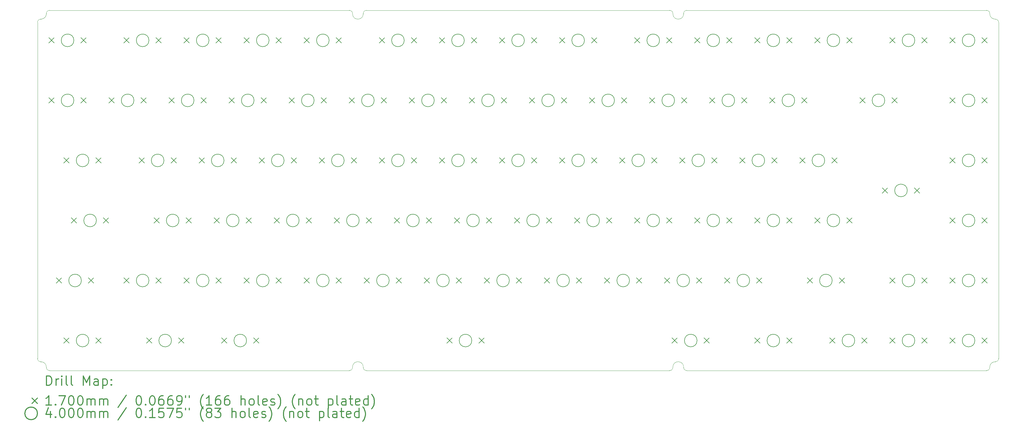
<source format=gbr>
%FSLAX45Y45*%
G04 Gerber Fmt 4.5, Leading zero omitted, Abs format (unit mm)*
G04 Created by KiCad (PCBNEW 5.1.10) date 2021-07-18 23:08:42*
%MOMM*%
%LPD*%
G01*
G04 APERTURE LIST*
%TA.AperFunction,Profile*%
%ADD10C,0.050000*%
%TD*%
%ADD11C,0.200000*%
%ADD12C,0.300000*%
G04 APERTURE END LIST*
D10*
X13700000Y-3810000D02*
X4190000Y-3810000D01*
X4090000Y-3910000D02*
X4090000Y-3920000D01*
X4090000Y-3910000D02*
G75*
G02*
X4190000Y-3810000I100000J0D01*
G01*
X13800000Y-3920000D02*
X13800000Y-3910000D01*
X13700000Y-3810000D02*
G75*
G02*
X13800000Y-3910000I0J-100000D01*
G01*
X23860000Y-3810000D02*
X14240000Y-3810000D01*
X14140000Y-3920000D02*
X14140000Y-3910000D01*
X14140000Y-3910000D02*
G75*
G02*
X14240000Y-3810000I100000J0D01*
G01*
X23960000Y-3920000D02*
X23960000Y-3910000D01*
X23860000Y-3810000D02*
G75*
G02*
X23960000Y-3910000I0J-100000D01*
G01*
X33910000Y-3810000D02*
X24400000Y-3810000D01*
X24300000Y-3920000D02*
X24300000Y-3910000D01*
X24300000Y-3910000D02*
G75*
G02*
X24400000Y-3810000I100000J0D01*
G01*
X34010000Y-3920000D02*
X34010000Y-3910000D01*
X33910000Y-3810000D02*
G75*
G02*
X34010000Y-3910000I0J-100000D01*
G01*
X34290000Y-14860000D02*
X34290000Y-4190000D01*
X34180000Y-4090000D02*
X34190000Y-4090000D01*
X34190000Y-4090000D02*
G75*
G02*
X34290000Y-4190000I0J-100000D01*
G01*
X34180000Y-14960000D02*
X34190000Y-14960000D01*
X34290000Y-14860000D02*
G75*
G02*
X34190000Y-14960000I-100000J0D01*
G01*
X24400000Y-15240000D02*
X33910000Y-15240000D01*
X34010000Y-15130000D02*
X34010000Y-15140000D01*
X34010000Y-15140000D02*
G75*
G02*
X33910000Y-15240000I-100000J0D01*
G01*
X24300000Y-15130000D02*
X24300000Y-15140000D01*
X24400000Y-15240000D02*
G75*
G02*
X24300000Y-15140000I0J100000D01*
G01*
X14240000Y-15240000D02*
X23860000Y-15240000D01*
X23960000Y-15130000D02*
X23960000Y-15140000D01*
X23960000Y-15140000D02*
G75*
G02*
X23860000Y-15240000I-100000J0D01*
G01*
X14140000Y-15130000D02*
X14140000Y-15140000D01*
X14240000Y-15240000D02*
G75*
G02*
X14140000Y-15140000I0J100000D01*
G01*
X4190000Y-15240000D02*
X13700000Y-15240000D01*
X13800000Y-15140000D02*
X13800000Y-15130000D01*
X13800000Y-15140000D02*
G75*
G02*
X13700000Y-15240000I-100000J0D01*
G01*
X4090000Y-15130000D02*
X4090000Y-15140000D01*
X4190000Y-15240000D02*
G75*
G02*
X4090000Y-15140000I0J100000D01*
G01*
X3910000Y-14960000D02*
X3920000Y-14960000D01*
X3810000Y-4190000D02*
X3810000Y-14860000D01*
X3910000Y-4090000D02*
X3920000Y-4090000D01*
X3910000Y-14960000D02*
G75*
G02*
X3810000Y-14860000I0J100000D01*
G01*
X3810000Y-4190000D02*
G75*
G02*
X3910000Y-4090000I100000J0D01*
G01*
X23960000Y-15130000D02*
G75*
G02*
X24300000Y-15130000I170000J0D01*
G01*
X13800000Y-15130000D02*
G75*
G02*
X14140000Y-15130000I170000J0D01*
G01*
X24300000Y-3920000D02*
G75*
G02*
X23960000Y-3920000I-170000J0D01*
G01*
X14140000Y-3920000D02*
G75*
G02*
X13800000Y-3920000I-170000J0D01*
G01*
X34010000Y-15130000D02*
G75*
G02*
X34180000Y-14960000I170000J0D01*
G01*
X34180000Y-4090000D02*
G75*
G02*
X34010000Y-3920000I0J170000D01*
G01*
X3920000Y-14960000D02*
G75*
G02*
X4090000Y-15130000I0J-170000D01*
G01*
X4090000Y-3920000D02*
G75*
G02*
X3920000Y-4090000I-170000J0D01*
G01*
D11*
X4169500Y-4677500D02*
X4339500Y-4847500D01*
X4339500Y-4677500D02*
X4169500Y-4847500D01*
X4169500Y-6582500D02*
X4339500Y-6752500D01*
X4339500Y-6582500D02*
X4169500Y-6752500D01*
X4407625Y-12297500D02*
X4577625Y-12467500D01*
X4577625Y-12297500D02*
X4407625Y-12467500D01*
X4645750Y-8487500D02*
X4815750Y-8657500D01*
X4815750Y-8487500D02*
X4645750Y-8657500D01*
X4645750Y-14202500D02*
X4815750Y-14372500D01*
X4815750Y-14202500D02*
X4645750Y-14372500D01*
X4883875Y-10392500D02*
X5053875Y-10562500D01*
X5053875Y-10392500D02*
X4883875Y-10562500D01*
X5185500Y-4677500D02*
X5355500Y-4847500D01*
X5355500Y-4677500D02*
X5185500Y-4847500D01*
X5185500Y-6582500D02*
X5355500Y-6752500D01*
X5355500Y-6582500D02*
X5185500Y-6752500D01*
X5423625Y-12297500D02*
X5593625Y-12467500D01*
X5593625Y-12297500D02*
X5423625Y-12467500D01*
X5661750Y-8487500D02*
X5831750Y-8657500D01*
X5831750Y-8487500D02*
X5661750Y-8657500D01*
X5661750Y-14202500D02*
X5831750Y-14372500D01*
X5831750Y-14202500D02*
X5661750Y-14372500D01*
X5899875Y-10392500D02*
X6069875Y-10562500D01*
X6069875Y-10392500D02*
X5899875Y-10562500D01*
X6074500Y-6582500D02*
X6244500Y-6752500D01*
X6244500Y-6582500D02*
X6074500Y-6752500D01*
X6550750Y-4677500D02*
X6720750Y-4847500D01*
X6720750Y-4677500D02*
X6550750Y-4847500D01*
X6550750Y-12297500D02*
X6720750Y-12467500D01*
X6720750Y-12297500D02*
X6550750Y-12467500D01*
X7027000Y-8487500D02*
X7197000Y-8657500D01*
X7197000Y-8487500D02*
X7027000Y-8657500D01*
X7090500Y-6582500D02*
X7260500Y-6752500D01*
X7260500Y-6582500D02*
X7090500Y-6752500D01*
X7265125Y-14202500D02*
X7435125Y-14372500D01*
X7435125Y-14202500D02*
X7265125Y-14372500D01*
X7503250Y-10392500D02*
X7673250Y-10562500D01*
X7673250Y-10392500D02*
X7503250Y-10562500D01*
X7566750Y-4677500D02*
X7736750Y-4847500D01*
X7736750Y-4677500D02*
X7566750Y-4847500D01*
X7566750Y-12297500D02*
X7736750Y-12467500D01*
X7736750Y-12297500D02*
X7566750Y-12467500D01*
X7979500Y-6582500D02*
X8149500Y-6752500D01*
X8149500Y-6582500D02*
X7979500Y-6752500D01*
X8043000Y-8487500D02*
X8213000Y-8657500D01*
X8213000Y-8487500D02*
X8043000Y-8657500D01*
X8281125Y-14202500D02*
X8451125Y-14372500D01*
X8451125Y-14202500D02*
X8281125Y-14372500D01*
X8455750Y-4677500D02*
X8625750Y-4847500D01*
X8625750Y-4677500D02*
X8455750Y-4847500D01*
X8455750Y-12297500D02*
X8625750Y-12467500D01*
X8625750Y-12297500D02*
X8455750Y-12467500D01*
X8519250Y-10392500D02*
X8689250Y-10562500D01*
X8689250Y-10392500D02*
X8519250Y-10562500D01*
X8932000Y-8487500D02*
X9102000Y-8657500D01*
X9102000Y-8487500D02*
X8932000Y-8657500D01*
X8995500Y-6582500D02*
X9165500Y-6752500D01*
X9165500Y-6582500D02*
X8995500Y-6752500D01*
X9408250Y-10392500D02*
X9578250Y-10562500D01*
X9578250Y-10392500D02*
X9408250Y-10562500D01*
X9471750Y-4677500D02*
X9641750Y-4847500D01*
X9641750Y-4677500D02*
X9471750Y-4847500D01*
X9471750Y-12297500D02*
X9641750Y-12467500D01*
X9641750Y-12297500D02*
X9471750Y-12467500D01*
X9646375Y-14202500D02*
X9816375Y-14372500D01*
X9816375Y-14202500D02*
X9646375Y-14372500D01*
X9884500Y-6582500D02*
X10054500Y-6752500D01*
X10054500Y-6582500D02*
X9884500Y-6752500D01*
X9948000Y-8487500D02*
X10118000Y-8657500D01*
X10118000Y-8487500D02*
X9948000Y-8657500D01*
X10360750Y-4677500D02*
X10530750Y-4847500D01*
X10530750Y-4677500D02*
X10360750Y-4847500D01*
X10360750Y-12297500D02*
X10530750Y-12467500D01*
X10530750Y-12297500D02*
X10360750Y-12467500D01*
X10424250Y-10392500D02*
X10594250Y-10562500D01*
X10594250Y-10392500D02*
X10424250Y-10562500D01*
X10662375Y-14202500D02*
X10832375Y-14372500D01*
X10832375Y-14202500D02*
X10662375Y-14372500D01*
X10837000Y-8487500D02*
X11007000Y-8657500D01*
X11007000Y-8487500D02*
X10837000Y-8657500D01*
X10900500Y-6582500D02*
X11070500Y-6752500D01*
X11070500Y-6582500D02*
X10900500Y-6752500D01*
X11313250Y-10392500D02*
X11483250Y-10562500D01*
X11483250Y-10392500D02*
X11313250Y-10562500D01*
X11376750Y-4677500D02*
X11546750Y-4847500D01*
X11546750Y-4677500D02*
X11376750Y-4847500D01*
X11376750Y-12297500D02*
X11546750Y-12467500D01*
X11546750Y-12297500D02*
X11376750Y-12467500D01*
X11789500Y-6582500D02*
X11959500Y-6752500D01*
X11959500Y-6582500D02*
X11789500Y-6752500D01*
X11853000Y-8487500D02*
X12023000Y-8657500D01*
X12023000Y-8487500D02*
X11853000Y-8657500D01*
X12265750Y-4677500D02*
X12435750Y-4847500D01*
X12435750Y-4677500D02*
X12265750Y-4847500D01*
X12265750Y-12297500D02*
X12435750Y-12467500D01*
X12435750Y-12297500D02*
X12265750Y-12467500D01*
X12329250Y-10392500D02*
X12499250Y-10562500D01*
X12499250Y-10392500D02*
X12329250Y-10562500D01*
X12742000Y-8487500D02*
X12912000Y-8657500D01*
X12912000Y-8487500D02*
X12742000Y-8657500D01*
X12805500Y-6582500D02*
X12975500Y-6752500D01*
X12975500Y-6582500D02*
X12805500Y-6752500D01*
X13218250Y-10392500D02*
X13388250Y-10562500D01*
X13388250Y-10392500D02*
X13218250Y-10562500D01*
X13281750Y-4677500D02*
X13451750Y-4847500D01*
X13451750Y-4677500D02*
X13281750Y-4847500D01*
X13281750Y-12297500D02*
X13451750Y-12467500D01*
X13451750Y-12297500D02*
X13281750Y-12467500D01*
X13694500Y-6582500D02*
X13864500Y-6752500D01*
X13864500Y-6582500D02*
X13694500Y-6752500D01*
X13758000Y-8487500D02*
X13928000Y-8657500D01*
X13928000Y-8487500D02*
X13758000Y-8657500D01*
X14170750Y-12297500D02*
X14340750Y-12467500D01*
X14340750Y-12297500D02*
X14170750Y-12467500D01*
X14234250Y-10392500D02*
X14404250Y-10562500D01*
X14404250Y-10392500D02*
X14234250Y-10562500D01*
X14647000Y-4677500D02*
X14817000Y-4847500D01*
X14817000Y-4677500D02*
X14647000Y-4847500D01*
X14647000Y-8487500D02*
X14817000Y-8657500D01*
X14817000Y-8487500D02*
X14647000Y-8657500D01*
X14710500Y-6582500D02*
X14880500Y-6752500D01*
X14880500Y-6582500D02*
X14710500Y-6752500D01*
X15123250Y-10392500D02*
X15293250Y-10562500D01*
X15293250Y-10392500D02*
X15123250Y-10562500D01*
X15186750Y-12297500D02*
X15356750Y-12467500D01*
X15356750Y-12297500D02*
X15186750Y-12467500D01*
X15599500Y-6582500D02*
X15769500Y-6752500D01*
X15769500Y-6582500D02*
X15599500Y-6752500D01*
X15663000Y-4677500D02*
X15833000Y-4847500D01*
X15833000Y-4677500D02*
X15663000Y-4847500D01*
X15663000Y-8487500D02*
X15833000Y-8657500D01*
X15833000Y-8487500D02*
X15663000Y-8657500D01*
X16075750Y-12297500D02*
X16245750Y-12467500D01*
X16245750Y-12297500D02*
X16075750Y-12467500D01*
X16139250Y-10392500D02*
X16309250Y-10562500D01*
X16309250Y-10392500D02*
X16139250Y-10562500D01*
X16552000Y-4677500D02*
X16722000Y-4847500D01*
X16722000Y-4677500D02*
X16552000Y-4847500D01*
X16552000Y-8487500D02*
X16722000Y-8657500D01*
X16722000Y-8487500D02*
X16552000Y-8657500D01*
X16615500Y-6582500D02*
X16785500Y-6752500D01*
X16785500Y-6582500D02*
X16615500Y-6752500D01*
X16790125Y-14202500D02*
X16960125Y-14372500D01*
X16960125Y-14202500D02*
X16790125Y-14372500D01*
X17028250Y-10392500D02*
X17198250Y-10562500D01*
X17198250Y-10392500D02*
X17028250Y-10562500D01*
X17091750Y-12297500D02*
X17261750Y-12467500D01*
X17261750Y-12297500D02*
X17091750Y-12467500D01*
X17504500Y-6582500D02*
X17674500Y-6752500D01*
X17674500Y-6582500D02*
X17504500Y-6752500D01*
X17568000Y-4677500D02*
X17738000Y-4847500D01*
X17738000Y-4677500D02*
X17568000Y-4847500D01*
X17568000Y-8487500D02*
X17738000Y-8657500D01*
X17738000Y-8487500D02*
X17568000Y-8657500D01*
X17806125Y-14202500D02*
X17976125Y-14372500D01*
X17976125Y-14202500D02*
X17806125Y-14372500D01*
X17980750Y-12297500D02*
X18150750Y-12467500D01*
X18150750Y-12297500D02*
X17980750Y-12467500D01*
X18044250Y-10392500D02*
X18214250Y-10562500D01*
X18214250Y-10392500D02*
X18044250Y-10562500D01*
X18457000Y-4677500D02*
X18627000Y-4847500D01*
X18627000Y-4677500D02*
X18457000Y-4847500D01*
X18457000Y-8487500D02*
X18627000Y-8657500D01*
X18627000Y-8487500D02*
X18457000Y-8657500D01*
X18520500Y-6582500D02*
X18690500Y-6752500D01*
X18690500Y-6582500D02*
X18520500Y-6752500D01*
X18933250Y-10392500D02*
X19103250Y-10562500D01*
X19103250Y-10392500D02*
X18933250Y-10562500D01*
X18996750Y-12297500D02*
X19166750Y-12467500D01*
X19166750Y-12297500D02*
X18996750Y-12467500D01*
X19409500Y-6582500D02*
X19579500Y-6752500D01*
X19579500Y-6582500D02*
X19409500Y-6752500D01*
X19473000Y-4677500D02*
X19643000Y-4847500D01*
X19643000Y-4677500D02*
X19473000Y-4847500D01*
X19473000Y-8487500D02*
X19643000Y-8657500D01*
X19643000Y-8487500D02*
X19473000Y-8657500D01*
X19885750Y-12297500D02*
X20055750Y-12467500D01*
X20055750Y-12297500D02*
X19885750Y-12467500D01*
X19949250Y-10392500D02*
X20119250Y-10562500D01*
X20119250Y-10392500D02*
X19949250Y-10562500D01*
X20362000Y-4677500D02*
X20532000Y-4847500D01*
X20532000Y-4677500D02*
X20362000Y-4847500D01*
X20362000Y-8487500D02*
X20532000Y-8657500D01*
X20532000Y-8487500D02*
X20362000Y-8657500D01*
X20425500Y-6582500D02*
X20595500Y-6752500D01*
X20595500Y-6582500D02*
X20425500Y-6752500D01*
X20838250Y-10392500D02*
X21008250Y-10562500D01*
X21008250Y-10392500D02*
X20838250Y-10562500D01*
X20901750Y-12297500D02*
X21071750Y-12467500D01*
X21071750Y-12297500D02*
X20901750Y-12467500D01*
X21314500Y-6582500D02*
X21484500Y-6752500D01*
X21484500Y-6582500D02*
X21314500Y-6752500D01*
X21378000Y-4677500D02*
X21548000Y-4847500D01*
X21548000Y-4677500D02*
X21378000Y-4847500D01*
X21378000Y-8487500D02*
X21548000Y-8657500D01*
X21548000Y-8487500D02*
X21378000Y-8657500D01*
X21790750Y-12297500D02*
X21960750Y-12467500D01*
X21960750Y-12297500D02*
X21790750Y-12467500D01*
X21854250Y-10392500D02*
X22024250Y-10562500D01*
X22024250Y-10392500D02*
X21854250Y-10562500D01*
X22267000Y-8487500D02*
X22437000Y-8657500D01*
X22437000Y-8487500D02*
X22267000Y-8657500D01*
X22330500Y-6582500D02*
X22500500Y-6752500D01*
X22500500Y-6582500D02*
X22330500Y-6752500D01*
X22743250Y-4677500D02*
X22913250Y-4847500D01*
X22913250Y-4677500D02*
X22743250Y-4847500D01*
X22743250Y-10392500D02*
X22913250Y-10562500D01*
X22913250Y-10392500D02*
X22743250Y-10562500D01*
X22806750Y-12297500D02*
X22976750Y-12467500D01*
X22976750Y-12297500D02*
X22806750Y-12467500D01*
X23219500Y-6582500D02*
X23389500Y-6752500D01*
X23389500Y-6582500D02*
X23219500Y-6752500D01*
X23283000Y-8487500D02*
X23453000Y-8657500D01*
X23453000Y-8487500D02*
X23283000Y-8657500D01*
X23695750Y-12297500D02*
X23865750Y-12467500D01*
X23865750Y-12297500D02*
X23695750Y-12467500D01*
X23759250Y-4677500D02*
X23929250Y-4847500D01*
X23929250Y-4677500D02*
X23759250Y-4847500D01*
X23759250Y-10392500D02*
X23929250Y-10562500D01*
X23929250Y-10392500D02*
X23759250Y-10562500D01*
X23933875Y-14202500D02*
X24103875Y-14372500D01*
X24103875Y-14202500D02*
X23933875Y-14372500D01*
X24172000Y-8487500D02*
X24342000Y-8657500D01*
X24342000Y-8487500D02*
X24172000Y-8657500D01*
X24235500Y-6582500D02*
X24405500Y-6752500D01*
X24405500Y-6582500D02*
X24235500Y-6752500D01*
X24648250Y-4677500D02*
X24818250Y-4847500D01*
X24818250Y-4677500D02*
X24648250Y-4847500D01*
X24648250Y-10392500D02*
X24818250Y-10562500D01*
X24818250Y-10392500D02*
X24648250Y-10562500D01*
X24711750Y-12297500D02*
X24881750Y-12467500D01*
X24881750Y-12297500D02*
X24711750Y-12467500D01*
X24949875Y-14202500D02*
X25119875Y-14372500D01*
X25119875Y-14202500D02*
X24949875Y-14372500D01*
X25124500Y-6582500D02*
X25294500Y-6752500D01*
X25294500Y-6582500D02*
X25124500Y-6752500D01*
X25188000Y-8487500D02*
X25358000Y-8657500D01*
X25358000Y-8487500D02*
X25188000Y-8657500D01*
X25600750Y-12297500D02*
X25770750Y-12467500D01*
X25770750Y-12297500D02*
X25600750Y-12467500D01*
X25664250Y-4677500D02*
X25834250Y-4847500D01*
X25834250Y-4677500D02*
X25664250Y-4847500D01*
X25664250Y-10392500D02*
X25834250Y-10562500D01*
X25834250Y-10392500D02*
X25664250Y-10562500D01*
X26077000Y-8487500D02*
X26247000Y-8657500D01*
X26247000Y-8487500D02*
X26077000Y-8657500D01*
X26140500Y-6582500D02*
X26310500Y-6752500D01*
X26310500Y-6582500D02*
X26140500Y-6752500D01*
X26553250Y-4677500D02*
X26723250Y-4847500D01*
X26723250Y-4677500D02*
X26553250Y-4847500D01*
X26553250Y-10392500D02*
X26723250Y-10562500D01*
X26723250Y-10392500D02*
X26553250Y-10562500D01*
X26553250Y-14202500D02*
X26723250Y-14372500D01*
X26723250Y-14202500D02*
X26553250Y-14372500D01*
X26616750Y-12297500D02*
X26786750Y-12467500D01*
X26786750Y-12297500D02*
X26616750Y-12467500D01*
X27029500Y-6582500D02*
X27199500Y-6752500D01*
X27199500Y-6582500D02*
X27029500Y-6752500D01*
X27093000Y-8487500D02*
X27263000Y-8657500D01*
X27263000Y-8487500D02*
X27093000Y-8657500D01*
X27569250Y-4677500D02*
X27739250Y-4847500D01*
X27739250Y-4677500D02*
X27569250Y-4847500D01*
X27569250Y-10392500D02*
X27739250Y-10562500D01*
X27739250Y-10392500D02*
X27569250Y-10562500D01*
X27569250Y-14202500D02*
X27739250Y-14372500D01*
X27739250Y-14202500D02*
X27569250Y-14372500D01*
X27982000Y-8487500D02*
X28152000Y-8657500D01*
X28152000Y-8487500D02*
X27982000Y-8657500D01*
X28045500Y-6582500D02*
X28215500Y-6752500D01*
X28215500Y-6582500D02*
X28045500Y-6752500D01*
X28220125Y-12297500D02*
X28390125Y-12467500D01*
X28390125Y-12297500D02*
X28220125Y-12467500D01*
X28458250Y-4677500D02*
X28628250Y-4847500D01*
X28628250Y-4677500D02*
X28458250Y-4847500D01*
X28458250Y-10392500D02*
X28628250Y-10562500D01*
X28628250Y-10392500D02*
X28458250Y-10562500D01*
X28934500Y-14202500D02*
X29104500Y-14372500D01*
X29104500Y-14202500D02*
X28934500Y-14372500D01*
X28998000Y-8487500D02*
X29168000Y-8657500D01*
X29168000Y-8487500D02*
X28998000Y-8657500D01*
X29236125Y-12297500D02*
X29406125Y-12467500D01*
X29406125Y-12297500D02*
X29236125Y-12467500D01*
X29474250Y-4677500D02*
X29644250Y-4847500D01*
X29644250Y-4677500D02*
X29474250Y-4847500D01*
X29474250Y-10392500D02*
X29644250Y-10562500D01*
X29644250Y-10392500D02*
X29474250Y-10562500D01*
X29887000Y-6582500D02*
X30057000Y-6752500D01*
X30057000Y-6582500D02*
X29887000Y-6752500D01*
X29950500Y-14202500D02*
X30120500Y-14372500D01*
X30120500Y-14202500D02*
X29950500Y-14372500D01*
X30601375Y-9440000D02*
X30771375Y-9610000D01*
X30771375Y-9440000D02*
X30601375Y-9610000D01*
X30839500Y-4677500D02*
X31009500Y-4847500D01*
X31009500Y-4677500D02*
X30839500Y-4847500D01*
X30839500Y-12297500D02*
X31009500Y-12467500D01*
X31009500Y-12297500D02*
X30839500Y-12467500D01*
X30839500Y-14202500D02*
X31009500Y-14372500D01*
X31009500Y-14202500D02*
X30839500Y-14372500D01*
X30903000Y-6582500D02*
X31073000Y-6752500D01*
X31073000Y-6582500D02*
X30903000Y-6752500D01*
X31617375Y-9440000D02*
X31787375Y-9610000D01*
X31787375Y-9440000D02*
X31617375Y-9610000D01*
X31855500Y-4677500D02*
X32025500Y-4847500D01*
X32025500Y-4677500D02*
X31855500Y-4847500D01*
X31855500Y-12297500D02*
X32025500Y-12467500D01*
X32025500Y-12297500D02*
X31855500Y-12467500D01*
X31855500Y-14202500D02*
X32025500Y-14372500D01*
X32025500Y-14202500D02*
X31855500Y-14372500D01*
X32744500Y-4677500D02*
X32914500Y-4847500D01*
X32914500Y-4677500D02*
X32744500Y-4847500D01*
X32744500Y-6582500D02*
X32914500Y-6752500D01*
X32914500Y-6582500D02*
X32744500Y-6752500D01*
X32744500Y-8487500D02*
X32914500Y-8657500D01*
X32914500Y-8487500D02*
X32744500Y-8657500D01*
X32744500Y-10392500D02*
X32914500Y-10562500D01*
X32914500Y-10392500D02*
X32744500Y-10562500D01*
X32744500Y-12297500D02*
X32914500Y-12467500D01*
X32914500Y-12297500D02*
X32744500Y-12467500D01*
X32744500Y-14202500D02*
X32914500Y-14372500D01*
X32914500Y-14202500D02*
X32744500Y-14372500D01*
X33760500Y-4677500D02*
X33930500Y-4847500D01*
X33930500Y-4677500D02*
X33760500Y-4847500D01*
X33760500Y-6582500D02*
X33930500Y-6752500D01*
X33930500Y-6582500D02*
X33760500Y-6752500D01*
X33760500Y-8487500D02*
X33930500Y-8657500D01*
X33930500Y-8487500D02*
X33760500Y-8657500D01*
X33760500Y-10392500D02*
X33930500Y-10562500D01*
X33930500Y-10392500D02*
X33760500Y-10562500D01*
X33760500Y-12297500D02*
X33930500Y-12467500D01*
X33930500Y-12297500D02*
X33760500Y-12467500D01*
X33760500Y-14202500D02*
X33930500Y-14372500D01*
X33930500Y-14202500D02*
X33760500Y-14372500D01*
X4962500Y-4762500D02*
G75*
G03*
X4962500Y-4762500I-200000J0D01*
G01*
X4962500Y-6667500D02*
G75*
G03*
X4962500Y-6667500I-200000J0D01*
G01*
X5200625Y-12382500D02*
G75*
G03*
X5200625Y-12382500I-200000J0D01*
G01*
X5438750Y-8572500D02*
G75*
G03*
X5438750Y-8572500I-200000J0D01*
G01*
X5438750Y-14287500D02*
G75*
G03*
X5438750Y-14287500I-200000J0D01*
G01*
X5676875Y-10477500D02*
G75*
G03*
X5676875Y-10477500I-200000J0D01*
G01*
X6867500Y-6667500D02*
G75*
G03*
X6867500Y-6667500I-200000J0D01*
G01*
X7343750Y-4762500D02*
G75*
G03*
X7343750Y-4762500I-200000J0D01*
G01*
X7343750Y-12382500D02*
G75*
G03*
X7343750Y-12382500I-200000J0D01*
G01*
X7820000Y-8572500D02*
G75*
G03*
X7820000Y-8572500I-200000J0D01*
G01*
X8058125Y-14287500D02*
G75*
G03*
X8058125Y-14287500I-200000J0D01*
G01*
X8296250Y-10477500D02*
G75*
G03*
X8296250Y-10477500I-200000J0D01*
G01*
X8772500Y-6667500D02*
G75*
G03*
X8772500Y-6667500I-200000J0D01*
G01*
X9248750Y-4762500D02*
G75*
G03*
X9248750Y-4762500I-200000J0D01*
G01*
X9248750Y-12382500D02*
G75*
G03*
X9248750Y-12382500I-200000J0D01*
G01*
X9725000Y-8572500D02*
G75*
G03*
X9725000Y-8572500I-200000J0D01*
G01*
X10201250Y-10477500D02*
G75*
G03*
X10201250Y-10477500I-200000J0D01*
G01*
X10439375Y-14287500D02*
G75*
G03*
X10439375Y-14287500I-200000J0D01*
G01*
X10677500Y-6667500D02*
G75*
G03*
X10677500Y-6667500I-200000J0D01*
G01*
X11153750Y-4762500D02*
G75*
G03*
X11153750Y-4762500I-200000J0D01*
G01*
X11153750Y-12382500D02*
G75*
G03*
X11153750Y-12382500I-200000J0D01*
G01*
X11630000Y-8572500D02*
G75*
G03*
X11630000Y-8572500I-200000J0D01*
G01*
X12106250Y-10477500D02*
G75*
G03*
X12106250Y-10477500I-200000J0D01*
G01*
X12582500Y-6667500D02*
G75*
G03*
X12582500Y-6667500I-200000J0D01*
G01*
X13058750Y-4762500D02*
G75*
G03*
X13058750Y-4762500I-200000J0D01*
G01*
X13058750Y-12382500D02*
G75*
G03*
X13058750Y-12382500I-200000J0D01*
G01*
X13535000Y-8572500D02*
G75*
G03*
X13535000Y-8572500I-200000J0D01*
G01*
X14011250Y-10477500D02*
G75*
G03*
X14011250Y-10477500I-200000J0D01*
G01*
X14487500Y-6667500D02*
G75*
G03*
X14487500Y-6667500I-200000J0D01*
G01*
X14963750Y-12382500D02*
G75*
G03*
X14963750Y-12382500I-200000J0D01*
G01*
X15440000Y-4762500D02*
G75*
G03*
X15440000Y-4762500I-200000J0D01*
G01*
X15440000Y-8572500D02*
G75*
G03*
X15440000Y-8572500I-200000J0D01*
G01*
X15916250Y-10477500D02*
G75*
G03*
X15916250Y-10477500I-200000J0D01*
G01*
X16392500Y-6667500D02*
G75*
G03*
X16392500Y-6667500I-200000J0D01*
G01*
X16868750Y-12382500D02*
G75*
G03*
X16868750Y-12382500I-200000J0D01*
G01*
X17345000Y-4762500D02*
G75*
G03*
X17345000Y-4762500I-200000J0D01*
G01*
X17345000Y-8572500D02*
G75*
G03*
X17345000Y-8572500I-200000J0D01*
G01*
X17583125Y-14287500D02*
G75*
G03*
X17583125Y-14287500I-200000J0D01*
G01*
X17821250Y-10477500D02*
G75*
G03*
X17821250Y-10477500I-200000J0D01*
G01*
X18297500Y-6667500D02*
G75*
G03*
X18297500Y-6667500I-200000J0D01*
G01*
X18773750Y-12382500D02*
G75*
G03*
X18773750Y-12382500I-200000J0D01*
G01*
X19250000Y-4762500D02*
G75*
G03*
X19250000Y-4762500I-200000J0D01*
G01*
X19250000Y-8572500D02*
G75*
G03*
X19250000Y-8572500I-200000J0D01*
G01*
X19726250Y-10477500D02*
G75*
G03*
X19726250Y-10477500I-200000J0D01*
G01*
X20202500Y-6667500D02*
G75*
G03*
X20202500Y-6667500I-200000J0D01*
G01*
X20678750Y-12382500D02*
G75*
G03*
X20678750Y-12382500I-200000J0D01*
G01*
X21155000Y-4762500D02*
G75*
G03*
X21155000Y-4762500I-200000J0D01*
G01*
X21155000Y-8572500D02*
G75*
G03*
X21155000Y-8572500I-200000J0D01*
G01*
X21631250Y-10477500D02*
G75*
G03*
X21631250Y-10477500I-200000J0D01*
G01*
X22107500Y-6667500D02*
G75*
G03*
X22107500Y-6667500I-200000J0D01*
G01*
X22583750Y-12382500D02*
G75*
G03*
X22583750Y-12382500I-200000J0D01*
G01*
X23060000Y-8572500D02*
G75*
G03*
X23060000Y-8572500I-200000J0D01*
G01*
X23536250Y-4762500D02*
G75*
G03*
X23536250Y-4762500I-200000J0D01*
G01*
X23536250Y-10477500D02*
G75*
G03*
X23536250Y-10477500I-200000J0D01*
G01*
X24012500Y-6667500D02*
G75*
G03*
X24012500Y-6667500I-200000J0D01*
G01*
X24488750Y-12382500D02*
G75*
G03*
X24488750Y-12382500I-200000J0D01*
G01*
X24726875Y-14287500D02*
G75*
G03*
X24726875Y-14287500I-200000J0D01*
G01*
X24965000Y-8572500D02*
G75*
G03*
X24965000Y-8572500I-200000J0D01*
G01*
X25441250Y-4762500D02*
G75*
G03*
X25441250Y-4762500I-200000J0D01*
G01*
X25441250Y-10477500D02*
G75*
G03*
X25441250Y-10477500I-200000J0D01*
G01*
X25917500Y-6667500D02*
G75*
G03*
X25917500Y-6667500I-200000J0D01*
G01*
X26393750Y-12382500D02*
G75*
G03*
X26393750Y-12382500I-200000J0D01*
G01*
X26870000Y-8572500D02*
G75*
G03*
X26870000Y-8572500I-200000J0D01*
G01*
X27346250Y-4762500D02*
G75*
G03*
X27346250Y-4762500I-200000J0D01*
G01*
X27346250Y-10477500D02*
G75*
G03*
X27346250Y-10477500I-200000J0D01*
G01*
X27346250Y-14287500D02*
G75*
G03*
X27346250Y-14287500I-200000J0D01*
G01*
X27822500Y-6667500D02*
G75*
G03*
X27822500Y-6667500I-200000J0D01*
G01*
X28775000Y-8572500D02*
G75*
G03*
X28775000Y-8572500I-200000J0D01*
G01*
X29013125Y-12382500D02*
G75*
G03*
X29013125Y-12382500I-200000J0D01*
G01*
X29251250Y-4762500D02*
G75*
G03*
X29251250Y-4762500I-200000J0D01*
G01*
X29251250Y-10477500D02*
G75*
G03*
X29251250Y-10477500I-200000J0D01*
G01*
X29727500Y-14287500D02*
G75*
G03*
X29727500Y-14287500I-200000J0D01*
G01*
X30680000Y-6667500D02*
G75*
G03*
X30680000Y-6667500I-200000J0D01*
G01*
X31394375Y-9525000D02*
G75*
G03*
X31394375Y-9525000I-200000J0D01*
G01*
X31632500Y-4762500D02*
G75*
G03*
X31632500Y-4762500I-200000J0D01*
G01*
X31632500Y-12382500D02*
G75*
G03*
X31632500Y-12382500I-200000J0D01*
G01*
X31632500Y-14287500D02*
G75*
G03*
X31632500Y-14287500I-200000J0D01*
G01*
X33537500Y-4762500D02*
G75*
G03*
X33537500Y-4762500I-200000J0D01*
G01*
X33537500Y-6667500D02*
G75*
G03*
X33537500Y-6667500I-200000J0D01*
G01*
X33537500Y-8572500D02*
G75*
G03*
X33537500Y-8572500I-200000J0D01*
G01*
X33537500Y-10477500D02*
G75*
G03*
X33537500Y-10477500I-200000J0D01*
G01*
X33537500Y-12382500D02*
G75*
G03*
X33537500Y-12382500I-200000J0D01*
G01*
X33537500Y-14287500D02*
G75*
G03*
X33537500Y-14287500I-200000J0D01*
G01*
D12*
X4093928Y-15708214D02*
X4093928Y-15408214D01*
X4165357Y-15408214D01*
X4208214Y-15422500D01*
X4236786Y-15451071D01*
X4251071Y-15479643D01*
X4265357Y-15536786D01*
X4265357Y-15579643D01*
X4251071Y-15636786D01*
X4236786Y-15665357D01*
X4208214Y-15693929D01*
X4165357Y-15708214D01*
X4093928Y-15708214D01*
X4393928Y-15708214D02*
X4393928Y-15508214D01*
X4393928Y-15565357D02*
X4408214Y-15536786D01*
X4422500Y-15522500D01*
X4451071Y-15508214D01*
X4479643Y-15508214D01*
X4579643Y-15708214D02*
X4579643Y-15508214D01*
X4579643Y-15408214D02*
X4565357Y-15422500D01*
X4579643Y-15436786D01*
X4593928Y-15422500D01*
X4579643Y-15408214D01*
X4579643Y-15436786D01*
X4765357Y-15708214D02*
X4736786Y-15693929D01*
X4722500Y-15665357D01*
X4722500Y-15408214D01*
X4922500Y-15708214D02*
X4893928Y-15693929D01*
X4879643Y-15665357D01*
X4879643Y-15408214D01*
X5265357Y-15708214D02*
X5265357Y-15408214D01*
X5365357Y-15622500D01*
X5465357Y-15408214D01*
X5465357Y-15708214D01*
X5736786Y-15708214D02*
X5736786Y-15551071D01*
X5722500Y-15522500D01*
X5693928Y-15508214D01*
X5636786Y-15508214D01*
X5608214Y-15522500D01*
X5736786Y-15693929D02*
X5708214Y-15708214D01*
X5636786Y-15708214D01*
X5608214Y-15693929D01*
X5593928Y-15665357D01*
X5593928Y-15636786D01*
X5608214Y-15608214D01*
X5636786Y-15593929D01*
X5708214Y-15593929D01*
X5736786Y-15579643D01*
X5879643Y-15508214D02*
X5879643Y-15808214D01*
X5879643Y-15522500D02*
X5908214Y-15508214D01*
X5965357Y-15508214D01*
X5993928Y-15522500D01*
X6008214Y-15536786D01*
X6022500Y-15565357D01*
X6022500Y-15651071D01*
X6008214Y-15679643D01*
X5993928Y-15693929D01*
X5965357Y-15708214D01*
X5908214Y-15708214D01*
X5879643Y-15693929D01*
X6151071Y-15679643D02*
X6165357Y-15693929D01*
X6151071Y-15708214D01*
X6136786Y-15693929D01*
X6151071Y-15679643D01*
X6151071Y-15708214D01*
X6151071Y-15522500D02*
X6165357Y-15536786D01*
X6151071Y-15551071D01*
X6136786Y-15536786D01*
X6151071Y-15522500D01*
X6151071Y-15551071D01*
X3637500Y-16117500D02*
X3807500Y-16287500D01*
X3807500Y-16117500D02*
X3637500Y-16287500D01*
X4251071Y-16338214D02*
X4079643Y-16338214D01*
X4165357Y-16338214D02*
X4165357Y-16038214D01*
X4136786Y-16081071D01*
X4108214Y-16109643D01*
X4079643Y-16123929D01*
X4379643Y-16309643D02*
X4393928Y-16323929D01*
X4379643Y-16338214D01*
X4365357Y-16323929D01*
X4379643Y-16309643D01*
X4379643Y-16338214D01*
X4493928Y-16038214D02*
X4693928Y-16038214D01*
X4565357Y-16338214D01*
X4865357Y-16038214D02*
X4893928Y-16038214D01*
X4922500Y-16052500D01*
X4936786Y-16066786D01*
X4951071Y-16095357D01*
X4965357Y-16152500D01*
X4965357Y-16223929D01*
X4951071Y-16281071D01*
X4936786Y-16309643D01*
X4922500Y-16323929D01*
X4893928Y-16338214D01*
X4865357Y-16338214D01*
X4836786Y-16323929D01*
X4822500Y-16309643D01*
X4808214Y-16281071D01*
X4793928Y-16223929D01*
X4793928Y-16152500D01*
X4808214Y-16095357D01*
X4822500Y-16066786D01*
X4836786Y-16052500D01*
X4865357Y-16038214D01*
X5151071Y-16038214D02*
X5179643Y-16038214D01*
X5208214Y-16052500D01*
X5222500Y-16066786D01*
X5236786Y-16095357D01*
X5251071Y-16152500D01*
X5251071Y-16223929D01*
X5236786Y-16281071D01*
X5222500Y-16309643D01*
X5208214Y-16323929D01*
X5179643Y-16338214D01*
X5151071Y-16338214D01*
X5122500Y-16323929D01*
X5108214Y-16309643D01*
X5093928Y-16281071D01*
X5079643Y-16223929D01*
X5079643Y-16152500D01*
X5093928Y-16095357D01*
X5108214Y-16066786D01*
X5122500Y-16052500D01*
X5151071Y-16038214D01*
X5379643Y-16338214D02*
X5379643Y-16138214D01*
X5379643Y-16166786D02*
X5393928Y-16152500D01*
X5422500Y-16138214D01*
X5465357Y-16138214D01*
X5493928Y-16152500D01*
X5508214Y-16181071D01*
X5508214Y-16338214D01*
X5508214Y-16181071D02*
X5522500Y-16152500D01*
X5551071Y-16138214D01*
X5593928Y-16138214D01*
X5622500Y-16152500D01*
X5636786Y-16181071D01*
X5636786Y-16338214D01*
X5779643Y-16338214D02*
X5779643Y-16138214D01*
X5779643Y-16166786D02*
X5793928Y-16152500D01*
X5822500Y-16138214D01*
X5865357Y-16138214D01*
X5893928Y-16152500D01*
X5908214Y-16181071D01*
X5908214Y-16338214D01*
X5908214Y-16181071D02*
X5922500Y-16152500D01*
X5951071Y-16138214D01*
X5993928Y-16138214D01*
X6022500Y-16152500D01*
X6036786Y-16181071D01*
X6036786Y-16338214D01*
X6622500Y-16023929D02*
X6365357Y-16409643D01*
X7008214Y-16038214D02*
X7036786Y-16038214D01*
X7065357Y-16052500D01*
X7079643Y-16066786D01*
X7093928Y-16095357D01*
X7108214Y-16152500D01*
X7108214Y-16223929D01*
X7093928Y-16281071D01*
X7079643Y-16309643D01*
X7065357Y-16323929D01*
X7036786Y-16338214D01*
X7008214Y-16338214D01*
X6979643Y-16323929D01*
X6965357Y-16309643D01*
X6951071Y-16281071D01*
X6936786Y-16223929D01*
X6936786Y-16152500D01*
X6951071Y-16095357D01*
X6965357Y-16066786D01*
X6979643Y-16052500D01*
X7008214Y-16038214D01*
X7236786Y-16309643D02*
X7251071Y-16323929D01*
X7236786Y-16338214D01*
X7222500Y-16323929D01*
X7236786Y-16309643D01*
X7236786Y-16338214D01*
X7436786Y-16038214D02*
X7465357Y-16038214D01*
X7493928Y-16052500D01*
X7508214Y-16066786D01*
X7522500Y-16095357D01*
X7536786Y-16152500D01*
X7536786Y-16223929D01*
X7522500Y-16281071D01*
X7508214Y-16309643D01*
X7493928Y-16323929D01*
X7465357Y-16338214D01*
X7436786Y-16338214D01*
X7408214Y-16323929D01*
X7393928Y-16309643D01*
X7379643Y-16281071D01*
X7365357Y-16223929D01*
X7365357Y-16152500D01*
X7379643Y-16095357D01*
X7393928Y-16066786D01*
X7408214Y-16052500D01*
X7436786Y-16038214D01*
X7793928Y-16038214D02*
X7736786Y-16038214D01*
X7708214Y-16052500D01*
X7693928Y-16066786D01*
X7665357Y-16109643D01*
X7651071Y-16166786D01*
X7651071Y-16281071D01*
X7665357Y-16309643D01*
X7679643Y-16323929D01*
X7708214Y-16338214D01*
X7765357Y-16338214D01*
X7793928Y-16323929D01*
X7808214Y-16309643D01*
X7822500Y-16281071D01*
X7822500Y-16209643D01*
X7808214Y-16181071D01*
X7793928Y-16166786D01*
X7765357Y-16152500D01*
X7708214Y-16152500D01*
X7679643Y-16166786D01*
X7665357Y-16181071D01*
X7651071Y-16209643D01*
X8079643Y-16038214D02*
X8022500Y-16038214D01*
X7993928Y-16052500D01*
X7979643Y-16066786D01*
X7951071Y-16109643D01*
X7936786Y-16166786D01*
X7936786Y-16281071D01*
X7951071Y-16309643D01*
X7965357Y-16323929D01*
X7993928Y-16338214D01*
X8051071Y-16338214D01*
X8079643Y-16323929D01*
X8093928Y-16309643D01*
X8108214Y-16281071D01*
X8108214Y-16209643D01*
X8093928Y-16181071D01*
X8079643Y-16166786D01*
X8051071Y-16152500D01*
X7993928Y-16152500D01*
X7965357Y-16166786D01*
X7951071Y-16181071D01*
X7936786Y-16209643D01*
X8251071Y-16338214D02*
X8308214Y-16338214D01*
X8336786Y-16323929D01*
X8351071Y-16309643D01*
X8379643Y-16266786D01*
X8393928Y-16209643D01*
X8393928Y-16095357D01*
X8379643Y-16066786D01*
X8365357Y-16052500D01*
X8336786Y-16038214D01*
X8279643Y-16038214D01*
X8251071Y-16052500D01*
X8236786Y-16066786D01*
X8222500Y-16095357D01*
X8222500Y-16166786D01*
X8236786Y-16195357D01*
X8251071Y-16209643D01*
X8279643Y-16223929D01*
X8336786Y-16223929D01*
X8365357Y-16209643D01*
X8379643Y-16195357D01*
X8393928Y-16166786D01*
X8508214Y-16038214D02*
X8508214Y-16095357D01*
X8622500Y-16038214D02*
X8622500Y-16095357D01*
X9065357Y-16452500D02*
X9051071Y-16438214D01*
X9022500Y-16395357D01*
X9008214Y-16366786D01*
X8993928Y-16323929D01*
X8979643Y-16252500D01*
X8979643Y-16195357D01*
X8993928Y-16123929D01*
X9008214Y-16081071D01*
X9022500Y-16052500D01*
X9051071Y-16009643D01*
X9065357Y-15995357D01*
X9336786Y-16338214D02*
X9165357Y-16338214D01*
X9251071Y-16338214D02*
X9251071Y-16038214D01*
X9222500Y-16081071D01*
X9193928Y-16109643D01*
X9165357Y-16123929D01*
X9593928Y-16038214D02*
X9536786Y-16038214D01*
X9508214Y-16052500D01*
X9493928Y-16066786D01*
X9465357Y-16109643D01*
X9451071Y-16166786D01*
X9451071Y-16281071D01*
X9465357Y-16309643D01*
X9479643Y-16323929D01*
X9508214Y-16338214D01*
X9565357Y-16338214D01*
X9593928Y-16323929D01*
X9608214Y-16309643D01*
X9622500Y-16281071D01*
X9622500Y-16209643D01*
X9608214Y-16181071D01*
X9593928Y-16166786D01*
X9565357Y-16152500D01*
X9508214Y-16152500D01*
X9479643Y-16166786D01*
X9465357Y-16181071D01*
X9451071Y-16209643D01*
X9879643Y-16038214D02*
X9822500Y-16038214D01*
X9793928Y-16052500D01*
X9779643Y-16066786D01*
X9751071Y-16109643D01*
X9736786Y-16166786D01*
X9736786Y-16281071D01*
X9751071Y-16309643D01*
X9765357Y-16323929D01*
X9793928Y-16338214D01*
X9851071Y-16338214D01*
X9879643Y-16323929D01*
X9893928Y-16309643D01*
X9908214Y-16281071D01*
X9908214Y-16209643D01*
X9893928Y-16181071D01*
X9879643Y-16166786D01*
X9851071Y-16152500D01*
X9793928Y-16152500D01*
X9765357Y-16166786D01*
X9751071Y-16181071D01*
X9736786Y-16209643D01*
X10265357Y-16338214D02*
X10265357Y-16038214D01*
X10393928Y-16338214D02*
X10393928Y-16181071D01*
X10379643Y-16152500D01*
X10351071Y-16138214D01*
X10308214Y-16138214D01*
X10279643Y-16152500D01*
X10265357Y-16166786D01*
X10579643Y-16338214D02*
X10551071Y-16323929D01*
X10536786Y-16309643D01*
X10522500Y-16281071D01*
X10522500Y-16195357D01*
X10536786Y-16166786D01*
X10551071Y-16152500D01*
X10579643Y-16138214D01*
X10622500Y-16138214D01*
X10651071Y-16152500D01*
X10665357Y-16166786D01*
X10679643Y-16195357D01*
X10679643Y-16281071D01*
X10665357Y-16309643D01*
X10651071Y-16323929D01*
X10622500Y-16338214D01*
X10579643Y-16338214D01*
X10851071Y-16338214D02*
X10822500Y-16323929D01*
X10808214Y-16295357D01*
X10808214Y-16038214D01*
X11079643Y-16323929D02*
X11051071Y-16338214D01*
X10993928Y-16338214D01*
X10965357Y-16323929D01*
X10951071Y-16295357D01*
X10951071Y-16181071D01*
X10965357Y-16152500D01*
X10993928Y-16138214D01*
X11051071Y-16138214D01*
X11079643Y-16152500D01*
X11093928Y-16181071D01*
X11093928Y-16209643D01*
X10951071Y-16238214D01*
X11208214Y-16323929D02*
X11236786Y-16338214D01*
X11293928Y-16338214D01*
X11322500Y-16323929D01*
X11336786Y-16295357D01*
X11336786Y-16281071D01*
X11322500Y-16252500D01*
X11293928Y-16238214D01*
X11251071Y-16238214D01*
X11222500Y-16223929D01*
X11208214Y-16195357D01*
X11208214Y-16181071D01*
X11222500Y-16152500D01*
X11251071Y-16138214D01*
X11293928Y-16138214D01*
X11322500Y-16152500D01*
X11436786Y-16452500D02*
X11451071Y-16438214D01*
X11479643Y-16395357D01*
X11493928Y-16366786D01*
X11508214Y-16323929D01*
X11522500Y-16252500D01*
X11522500Y-16195357D01*
X11508214Y-16123929D01*
X11493928Y-16081071D01*
X11479643Y-16052500D01*
X11451071Y-16009643D01*
X11436786Y-15995357D01*
X11979643Y-16452500D02*
X11965357Y-16438214D01*
X11936786Y-16395357D01*
X11922500Y-16366786D01*
X11908214Y-16323929D01*
X11893928Y-16252500D01*
X11893928Y-16195357D01*
X11908214Y-16123929D01*
X11922500Y-16081071D01*
X11936786Y-16052500D01*
X11965357Y-16009643D01*
X11979643Y-15995357D01*
X12093928Y-16138214D02*
X12093928Y-16338214D01*
X12093928Y-16166786D02*
X12108214Y-16152500D01*
X12136786Y-16138214D01*
X12179643Y-16138214D01*
X12208214Y-16152500D01*
X12222500Y-16181071D01*
X12222500Y-16338214D01*
X12408214Y-16338214D02*
X12379643Y-16323929D01*
X12365357Y-16309643D01*
X12351071Y-16281071D01*
X12351071Y-16195357D01*
X12365357Y-16166786D01*
X12379643Y-16152500D01*
X12408214Y-16138214D01*
X12451071Y-16138214D01*
X12479643Y-16152500D01*
X12493928Y-16166786D01*
X12508214Y-16195357D01*
X12508214Y-16281071D01*
X12493928Y-16309643D01*
X12479643Y-16323929D01*
X12451071Y-16338214D01*
X12408214Y-16338214D01*
X12593928Y-16138214D02*
X12708214Y-16138214D01*
X12636786Y-16038214D02*
X12636786Y-16295357D01*
X12651071Y-16323929D01*
X12679643Y-16338214D01*
X12708214Y-16338214D01*
X13036786Y-16138214D02*
X13036786Y-16438214D01*
X13036786Y-16152500D02*
X13065357Y-16138214D01*
X13122500Y-16138214D01*
X13151071Y-16152500D01*
X13165357Y-16166786D01*
X13179643Y-16195357D01*
X13179643Y-16281071D01*
X13165357Y-16309643D01*
X13151071Y-16323929D01*
X13122500Y-16338214D01*
X13065357Y-16338214D01*
X13036786Y-16323929D01*
X13351071Y-16338214D02*
X13322500Y-16323929D01*
X13308214Y-16295357D01*
X13308214Y-16038214D01*
X13593928Y-16338214D02*
X13593928Y-16181071D01*
X13579643Y-16152500D01*
X13551071Y-16138214D01*
X13493928Y-16138214D01*
X13465357Y-16152500D01*
X13593928Y-16323929D02*
X13565357Y-16338214D01*
X13493928Y-16338214D01*
X13465357Y-16323929D01*
X13451071Y-16295357D01*
X13451071Y-16266786D01*
X13465357Y-16238214D01*
X13493928Y-16223929D01*
X13565357Y-16223929D01*
X13593928Y-16209643D01*
X13693928Y-16138214D02*
X13808214Y-16138214D01*
X13736786Y-16038214D02*
X13736786Y-16295357D01*
X13751071Y-16323929D01*
X13779643Y-16338214D01*
X13808214Y-16338214D01*
X14022500Y-16323929D02*
X13993928Y-16338214D01*
X13936786Y-16338214D01*
X13908214Y-16323929D01*
X13893928Y-16295357D01*
X13893928Y-16181071D01*
X13908214Y-16152500D01*
X13936786Y-16138214D01*
X13993928Y-16138214D01*
X14022500Y-16152500D01*
X14036786Y-16181071D01*
X14036786Y-16209643D01*
X13893928Y-16238214D01*
X14293928Y-16338214D02*
X14293928Y-16038214D01*
X14293928Y-16323929D02*
X14265357Y-16338214D01*
X14208214Y-16338214D01*
X14179643Y-16323929D01*
X14165357Y-16309643D01*
X14151071Y-16281071D01*
X14151071Y-16195357D01*
X14165357Y-16166786D01*
X14179643Y-16152500D01*
X14208214Y-16138214D01*
X14265357Y-16138214D01*
X14293928Y-16152500D01*
X14408214Y-16452500D02*
X14422500Y-16438214D01*
X14451071Y-16395357D01*
X14465357Y-16366786D01*
X14479643Y-16323929D01*
X14493928Y-16252500D01*
X14493928Y-16195357D01*
X14479643Y-16123929D01*
X14465357Y-16081071D01*
X14451071Y-16052500D01*
X14422500Y-16009643D01*
X14408214Y-15995357D01*
X3807500Y-16598500D02*
G75*
G03*
X3807500Y-16598500I-200000J0D01*
G01*
X4222500Y-16534214D02*
X4222500Y-16734214D01*
X4151071Y-16419929D02*
X4079643Y-16634214D01*
X4265357Y-16634214D01*
X4379643Y-16705643D02*
X4393928Y-16719929D01*
X4379643Y-16734214D01*
X4365357Y-16719929D01*
X4379643Y-16705643D01*
X4379643Y-16734214D01*
X4579643Y-16434214D02*
X4608214Y-16434214D01*
X4636786Y-16448500D01*
X4651071Y-16462786D01*
X4665357Y-16491357D01*
X4679643Y-16548500D01*
X4679643Y-16619929D01*
X4665357Y-16677071D01*
X4651071Y-16705643D01*
X4636786Y-16719929D01*
X4608214Y-16734214D01*
X4579643Y-16734214D01*
X4551071Y-16719929D01*
X4536786Y-16705643D01*
X4522500Y-16677071D01*
X4508214Y-16619929D01*
X4508214Y-16548500D01*
X4522500Y-16491357D01*
X4536786Y-16462786D01*
X4551071Y-16448500D01*
X4579643Y-16434214D01*
X4865357Y-16434214D02*
X4893928Y-16434214D01*
X4922500Y-16448500D01*
X4936786Y-16462786D01*
X4951071Y-16491357D01*
X4965357Y-16548500D01*
X4965357Y-16619929D01*
X4951071Y-16677071D01*
X4936786Y-16705643D01*
X4922500Y-16719929D01*
X4893928Y-16734214D01*
X4865357Y-16734214D01*
X4836786Y-16719929D01*
X4822500Y-16705643D01*
X4808214Y-16677071D01*
X4793928Y-16619929D01*
X4793928Y-16548500D01*
X4808214Y-16491357D01*
X4822500Y-16462786D01*
X4836786Y-16448500D01*
X4865357Y-16434214D01*
X5151071Y-16434214D02*
X5179643Y-16434214D01*
X5208214Y-16448500D01*
X5222500Y-16462786D01*
X5236786Y-16491357D01*
X5251071Y-16548500D01*
X5251071Y-16619929D01*
X5236786Y-16677071D01*
X5222500Y-16705643D01*
X5208214Y-16719929D01*
X5179643Y-16734214D01*
X5151071Y-16734214D01*
X5122500Y-16719929D01*
X5108214Y-16705643D01*
X5093928Y-16677071D01*
X5079643Y-16619929D01*
X5079643Y-16548500D01*
X5093928Y-16491357D01*
X5108214Y-16462786D01*
X5122500Y-16448500D01*
X5151071Y-16434214D01*
X5379643Y-16734214D02*
X5379643Y-16534214D01*
X5379643Y-16562786D02*
X5393928Y-16548500D01*
X5422500Y-16534214D01*
X5465357Y-16534214D01*
X5493928Y-16548500D01*
X5508214Y-16577071D01*
X5508214Y-16734214D01*
X5508214Y-16577071D02*
X5522500Y-16548500D01*
X5551071Y-16534214D01*
X5593928Y-16534214D01*
X5622500Y-16548500D01*
X5636786Y-16577071D01*
X5636786Y-16734214D01*
X5779643Y-16734214D02*
X5779643Y-16534214D01*
X5779643Y-16562786D02*
X5793928Y-16548500D01*
X5822500Y-16534214D01*
X5865357Y-16534214D01*
X5893928Y-16548500D01*
X5908214Y-16577071D01*
X5908214Y-16734214D01*
X5908214Y-16577071D02*
X5922500Y-16548500D01*
X5951071Y-16534214D01*
X5993928Y-16534214D01*
X6022500Y-16548500D01*
X6036786Y-16577071D01*
X6036786Y-16734214D01*
X6622500Y-16419929D02*
X6365357Y-16805643D01*
X7008214Y-16434214D02*
X7036786Y-16434214D01*
X7065357Y-16448500D01*
X7079643Y-16462786D01*
X7093928Y-16491357D01*
X7108214Y-16548500D01*
X7108214Y-16619929D01*
X7093928Y-16677071D01*
X7079643Y-16705643D01*
X7065357Y-16719929D01*
X7036786Y-16734214D01*
X7008214Y-16734214D01*
X6979643Y-16719929D01*
X6965357Y-16705643D01*
X6951071Y-16677071D01*
X6936786Y-16619929D01*
X6936786Y-16548500D01*
X6951071Y-16491357D01*
X6965357Y-16462786D01*
X6979643Y-16448500D01*
X7008214Y-16434214D01*
X7236786Y-16705643D02*
X7251071Y-16719929D01*
X7236786Y-16734214D01*
X7222500Y-16719929D01*
X7236786Y-16705643D01*
X7236786Y-16734214D01*
X7536786Y-16734214D02*
X7365357Y-16734214D01*
X7451071Y-16734214D02*
X7451071Y-16434214D01*
X7422500Y-16477071D01*
X7393928Y-16505643D01*
X7365357Y-16519929D01*
X7808214Y-16434214D02*
X7665357Y-16434214D01*
X7651071Y-16577071D01*
X7665357Y-16562786D01*
X7693928Y-16548500D01*
X7765357Y-16548500D01*
X7793928Y-16562786D01*
X7808214Y-16577071D01*
X7822500Y-16605643D01*
X7822500Y-16677071D01*
X7808214Y-16705643D01*
X7793928Y-16719929D01*
X7765357Y-16734214D01*
X7693928Y-16734214D01*
X7665357Y-16719929D01*
X7651071Y-16705643D01*
X7922500Y-16434214D02*
X8122500Y-16434214D01*
X7993928Y-16734214D01*
X8379643Y-16434214D02*
X8236786Y-16434214D01*
X8222500Y-16577071D01*
X8236786Y-16562786D01*
X8265357Y-16548500D01*
X8336786Y-16548500D01*
X8365357Y-16562786D01*
X8379643Y-16577071D01*
X8393928Y-16605643D01*
X8393928Y-16677071D01*
X8379643Y-16705643D01*
X8365357Y-16719929D01*
X8336786Y-16734214D01*
X8265357Y-16734214D01*
X8236786Y-16719929D01*
X8222500Y-16705643D01*
X8508214Y-16434214D02*
X8508214Y-16491357D01*
X8622500Y-16434214D02*
X8622500Y-16491357D01*
X9065357Y-16848500D02*
X9051071Y-16834214D01*
X9022500Y-16791357D01*
X9008214Y-16762786D01*
X8993928Y-16719929D01*
X8979643Y-16648500D01*
X8979643Y-16591357D01*
X8993928Y-16519929D01*
X9008214Y-16477071D01*
X9022500Y-16448500D01*
X9051071Y-16405643D01*
X9065357Y-16391357D01*
X9222500Y-16562786D02*
X9193928Y-16548500D01*
X9179643Y-16534214D01*
X9165357Y-16505643D01*
X9165357Y-16491357D01*
X9179643Y-16462786D01*
X9193928Y-16448500D01*
X9222500Y-16434214D01*
X9279643Y-16434214D01*
X9308214Y-16448500D01*
X9322500Y-16462786D01*
X9336786Y-16491357D01*
X9336786Y-16505643D01*
X9322500Y-16534214D01*
X9308214Y-16548500D01*
X9279643Y-16562786D01*
X9222500Y-16562786D01*
X9193928Y-16577071D01*
X9179643Y-16591357D01*
X9165357Y-16619929D01*
X9165357Y-16677071D01*
X9179643Y-16705643D01*
X9193928Y-16719929D01*
X9222500Y-16734214D01*
X9279643Y-16734214D01*
X9308214Y-16719929D01*
X9322500Y-16705643D01*
X9336786Y-16677071D01*
X9336786Y-16619929D01*
X9322500Y-16591357D01*
X9308214Y-16577071D01*
X9279643Y-16562786D01*
X9436786Y-16434214D02*
X9622500Y-16434214D01*
X9522500Y-16548500D01*
X9565357Y-16548500D01*
X9593928Y-16562786D01*
X9608214Y-16577071D01*
X9622500Y-16605643D01*
X9622500Y-16677071D01*
X9608214Y-16705643D01*
X9593928Y-16719929D01*
X9565357Y-16734214D01*
X9479643Y-16734214D01*
X9451071Y-16719929D01*
X9436786Y-16705643D01*
X9979643Y-16734214D02*
X9979643Y-16434214D01*
X10108214Y-16734214D02*
X10108214Y-16577071D01*
X10093928Y-16548500D01*
X10065357Y-16534214D01*
X10022500Y-16534214D01*
X9993928Y-16548500D01*
X9979643Y-16562786D01*
X10293928Y-16734214D02*
X10265357Y-16719929D01*
X10251071Y-16705643D01*
X10236786Y-16677071D01*
X10236786Y-16591357D01*
X10251071Y-16562786D01*
X10265357Y-16548500D01*
X10293928Y-16534214D01*
X10336786Y-16534214D01*
X10365357Y-16548500D01*
X10379643Y-16562786D01*
X10393928Y-16591357D01*
X10393928Y-16677071D01*
X10379643Y-16705643D01*
X10365357Y-16719929D01*
X10336786Y-16734214D01*
X10293928Y-16734214D01*
X10565357Y-16734214D02*
X10536786Y-16719929D01*
X10522500Y-16691357D01*
X10522500Y-16434214D01*
X10793928Y-16719929D02*
X10765357Y-16734214D01*
X10708214Y-16734214D01*
X10679643Y-16719929D01*
X10665357Y-16691357D01*
X10665357Y-16577071D01*
X10679643Y-16548500D01*
X10708214Y-16534214D01*
X10765357Y-16534214D01*
X10793928Y-16548500D01*
X10808214Y-16577071D01*
X10808214Y-16605643D01*
X10665357Y-16634214D01*
X10922500Y-16719929D02*
X10951071Y-16734214D01*
X11008214Y-16734214D01*
X11036786Y-16719929D01*
X11051071Y-16691357D01*
X11051071Y-16677071D01*
X11036786Y-16648500D01*
X11008214Y-16634214D01*
X10965357Y-16634214D01*
X10936786Y-16619929D01*
X10922500Y-16591357D01*
X10922500Y-16577071D01*
X10936786Y-16548500D01*
X10965357Y-16534214D01*
X11008214Y-16534214D01*
X11036786Y-16548500D01*
X11151071Y-16848500D02*
X11165357Y-16834214D01*
X11193928Y-16791357D01*
X11208214Y-16762786D01*
X11222500Y-16719929D01*
X11236786Y-16648500D01*
X11236786Y-16591357D01*
X11222500Y-16519929D01*
X11208214Y-16477071D01*
X11193928Y-16448500D01*
X11165357Y-16405643D01*
X11151071Y-16391357D01*
X11693928Y-16848500D02*
X11679643Y-16834214D01*
X11651071Y-16791357D01*
X11636786Y-16762786D01*
X11622500Y-16719929D01*
X11608214Y-16648500D01*
X11608214Y-16591357D01*
X11622500Y-16519929D01*
X11636786Y-16477071D01*
X11651071Y-16448500D01*
X11679643Y-16405643D01*
X11693928Y-16391357D01*
X11808214Y-16534214D02*
X11808214Y-16734214D01*
X11808214Y-16562786D02*
X11822500Y-16548500D01*
X11851071Y-16534214D01*
X11893928Y-16534214D01*
X11922500Y-16548500D01*
X11936786Y-16577071D01*
X11936786Y-16734214D01*
X12122500Y-16734214D02*
X12093928Y-16719929D01*
X12079643Y-16705643D01*
X12065357Y-16677071D01*
X12065357Y-16591357D01*
X12079643Y-16562786D01*
X12093928Y-16548500D01*
X12122500Y-16534214D01*
X12165357Y-16534214D01*
X12193928Y-16548500D01*
X12208214Y-16562786D01*
X12222500Y-16591357D01*
X12222500Y-16677071D01*
X12208214Y-16705643D01*
X12193928Y-16719929D01*
X12165357Y-16734214D01*
X12122500Y-16734214D01*
X12308214Y-16534214D02*
X12422500Y-16534214D01*
X12351071Y-16434214D02*
X12351071Y-16691357D01*
X12365357Y-16719929D01*
X12393928Y-16734214D01*
X12422500Y-16734214D01*
X12751071Y-16534214D02*
X12751071Y-16834214D01*
X12751071Y-16548500D02*
X12779643Y-16534214D01*
X12836786Y-16534214D01*
X12865357Y-16548500D01*
X12879643Y-16562786D01*
X12893928Y-16591357D01*
X12893928Y-16677071D01*
X12879643Y-16705643D01*
X12865357Y-16719929D01*
X12836786Y-16734214D01*
X12779643Y-16734214D01*
X12751071Y-16719929D01*
X13065357Y-16734214D02*
X13036786Y-16719929D01*
X13022500Y-16691357D01*
X13022500Y-16434214D01*
X13308214Y-16734214D02*
X13308214Y-16577071D01*
X13293928Y-16548500D01*
X13265357Y-16534214D01*
X13208214Y-16534214D01*
X13179643Y-16548500D01*
X13308214Y-16719929D02*
X13279643Y-16734214D01*
X13208214Y-16734214D01*
X13179643Y-16719929D01*
X13165357Y-16691357D01*
X13165357Y-16662786D01*
X13179643Y-16634214D01*
X13208214Y-16619929D01*
X13279643Y-16619929D01*
X13308214Y-16605643D01*
X13408214Y-16534214D02*
X13522500Y-16534214D01*
X13451071Y-16434214D02*
X13451071Y-16691357D01*
X13465357Y-16719929D01*
X13493928Y-16734214D01*
X13522500Y-16734214D01*
X13736786Y-16719929D02*
X13708214Y-16734214D01*
X13651071Y-16734214D01*
X13622500Y-16719929D01*
X13608214Y-16691357D01*
X13608214Y-16577071D01*
X13622500Y-16548500D01*
X13651071Y-16534214D01*
X13708214Y-16534214D01*
X13736786Y-16548500D01*
X13751071Y-16577071D01*
X13751071Y-16605643D01*
X13608214Y-16634214D01*
X14008214Y-16734214D02*
X14008214Y-16434214D01*
X14008214Y-16719929D02*
X13979643Y-16734214D01*
X13922500Y-16734214D01*
X13893928Y-16719929D01*
X13879643Y-16705643D01*
X13865357Y-16677071D01*
X13865357Y-16591357D01*
X13879643Y-16562786D01*
X13893928Y-16548500D01*
X13922500Y-16534214D01*
X13979643Y-16534214D01*
X14008214Y-16548500D01*
X14122500Y-16848500D02*
X14136786Y-16834214D01*
X14165357Y-16791357D01*
X14179643Y-16762786D01*
X14193928Y-16719929D01*
X14208214Y-16648500D01*
X14208214Y-16591357D01*
X14193928Y-16519929D01*
X14179643Y-16477071D01*
X14165357Y-16448500D01*
X14136786Y-16405643D01*
X14122500Y-16391357D01*
M02*

</source>
